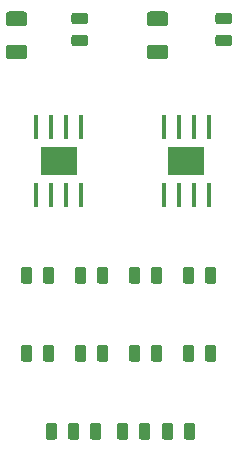
<source format=gbr>
G04 #@! TF.GenerationSoftware,KiCad,Pcbnew,(5.1.5)-3*
G04 #@! TF.CreationDate,2020-05-08T19:39:07+02:00*
G04 #@! TF.ProjectId,DRV8870 BDC Motor Driver,44525638-3837-4302-9042-4443204d6f74,rev?*
G04 #@! TF.SameCoordinates,Original*
G04 #@! TF.FileFunction,Paste,Top*
G04 #@! TF.FilePolarity,Positive*
%FSLAX46Y46*%
G04 Gerber Fmt 4.6, Leading zero omitted, Abs format (unit mm)*
G04 Created by KiCad (PCBNEW (5.1.5)-3) date 2020-05-08 19:39:07*
%MOMM*%
%LPD*%
G04 APERTURE LIST*
%ADD10C,0.100000*%
%ADD11R,0.450000X2.150000*%
%ADD12R,3.100000X2.400000*%
G04 APERTURE END LIST*
D10*
G36*
X138024542Y-120586174D02*
G01*
X138048203Y-120589684D01*
X138071407Y-120595496D01*
X138093929Y-120603554D01*
X138115553Y-120613782D01*
X138136070Y-120626079D01*
X138155283Y-120640329D01*
X138173007Y-120656393D01*
X138189071Y-120674117D01*
X138203321Y-120693330D01*
X138215618Y-120713847D01*
X138225846Y-120735471D01*
X138233904Y-120757993D01*
X138239716Y-120781197D01*
X138243226Y-120804858D01*
X138244400Y-120828750D01*
X138244400Y-121741250D01*
X138243226Y-121765142D01*
X138239716Y-121788803D01*
X138233904Y-121812007D01*
X138225846Y-121834529D01*
X138215618Y-121856153D01*
X138203321Y-121876670D01*
X138189071Y-121895883D01*
X138173007Y-121913607D01*
X138155283Y-121929671D01*
X138136070Y-121943921D01*
X138115553Y-121956218D01*
X138093929Y-121966446D01*
X138071407Y-121974504D01*
X138048203Y-121980316D01*
X138024542Y-121983826D01*
X138000650Y-121985000D01*
X137513150Y-121985000D01*
X137489258Y-121983826D01*
X137465597Y-121980316D01*
X137442393Y-121974504D01*
X137419871Y-121966446D01*
X137398247Y-121956218D01*
X137377730Y-121943921D01*
X137358517Y-121929671D01*
X137340793Y-121913607D01*
X137324729Y-121895883D01*
X137310479Y-121876670D01*
X137298182Y-121856153D01*
X137287954Y-121834529D01*
X137279896Y-121812007D01*
X137274084Y-121788803D01*
X137270574Y-121765142D01*
X137269400Y-121741250D01*
X137269400Y-120828750D01*
X137270574Y-120804858D01*
X137274084Y-120781197D01*
X137279896Y-120757993D01*
X137287954Y-120735471D01*
X137298182Y-120713847D01*
X137310479Y-120693330D01*
X137324729Y-120674117D01*
X137340793Y-120656393D01*
X137358517Y-120640329D01*
X137377730Y-120626079D01*
X137398247Y-120613782D01*
X137419871Y-120603554D01*
X137442393Y-120595496D01*
X137465597Y-120589684D01*
X137489258Y-120586174D01*
X137513150Y-120585000D01*
X138000650Y-120585000D01*
X138024542Y-120586174D01*
G37*
G36*
X134282642Y-120586174D02*
G01*
X134306303Y-120589684D01*
X134329507Y-120595496D01*
X134352029Y-120603554D01*
X134373653Y-120613782D01*
X134394170Y-120626079D01*
X134413383Y-120640329D01*
X134431107Y-120656393D01*
X134447171Y-120674117D01*
X134461421Y-120693330D01*
X134473718Y-120713847D01*
X134483946Y-120735471D01*
X134492004Y-120757993D01*
X134497816Y-120781197D01*
X134501326Y-120804858D01*
X134502500Y-120828750D01*
X134502500Y-121741250D01*
X134501326Y-121765142D01*
X134497816Y-121788803D01*
X134492004Y-121812007D01*
X134483946Y-121834529D01*
X134473718Y-121856153D01*
X134461421Y-121876670D01*
X134447171Y-121895883D01*
X134431107Y-121913607D01*
X134413383Y-121929671D01*
X134394170Y-121943921D01*
X134373653Y-121956218D01*
X134352029Y-121966446D01*
X134329507Y-121974504D01*
X134306303Y-121980316D01*
X134282642Y-121983826D01*
X134258750Y-121985000D01*
X133771250Y-121985000D01*
X133747358Y-121983826D01*
X133723697Y-121980316D01*
X133700493Y-121974504D01*
X133677971Y-121966446D01*
X133656347Y-121956218D01*
X133635830Y-121943921D01*
X133616617Y-121929671D01*
X133598893Y-121913607D01*
X133582829Y-121895883D01*
X133568579Y-121876670D01*
X133556282Y-121856153D01*
X133546054Y-121834529D01*
X133537996Y-121812007D01*
X133532184Y-121788803D01*
X133528674Y-121765142D01*
X133527500Y-121741250D01*
X133527500Y-120828750D01*
X133528674Y-120804858D01*
X133532184Y-120781197D01*
X133537996Y-120757993D01*
X133546054Y-120735471D01*
X133556282Y-120713847D01*
X133568579Y-120693330D01*
X133582829Y-120674117D01*
X133598893Y-120656393D01*
X133616617Y-120640329D01*
X133635830Y-120626079D01*
X133656347Y-120613782D01*
X133677971Y-120603554D01*
X133700493Y-120595496D01*
X133723697Y-120589684D01*
X133747358Y-120586174D01*
X133771250Y-120585000D01*
X134258750Y-120585000D01*
X134282642Y-120586174D01*
G37*
G36*
X136157642Y-120586174D02*
G01*
X136181303Y-120589684D01*
X136204507Y-120595496D01*
X136227029Y-120603554D01*
X136248653Y-120613782D01*
X136269170Y-120626079D01*
X136288383Y-120640329D01*
X136306107Y-120656393D01*
X136322171Y-120674117D01*
X136336421Y-120693330D01*
X136348718Y-120713847D01*
X136358946Y-120735471D01*
X136367004Y-120757993D01*
X136372816Y-120781197D01*
X136376326Y-120804858D01*
X136377500Y-120828750D01*
X136377500Y-121741250D01*
X136376326Y-121765142D01*
X136372816Y-121788803D01*
X136367004Y-121812007D01*
X136358946Y-121834529D01*
X136348718Y-121856153D01*
X136336421Y-121876670D01*
X136322171Y-121895883D01*
X136306107Y-121913607D01*
X136288383Y-121929671D01*
X136269170Y-121943921D01*
X136248653Y-121956218D01*
X136227029Y-121966446D01*
X136204507Y-121974504D01*
X136181303Y-121980316D01*
X136157642Y-121983826D01*
X136133750Y-121985000D01*
X135646250Y-121985000D01*
X135622358Y-121983826D01*
X135598697Y-121980316D01*
X135575493Y-121974504D01*
X135552971Y-121966446D01*
X135531347Y-121956218D01*
X135510830Y-121943921D01*
X135491617Y-121929671D01*
X135473893Y-121913607D01*
X135457829Y-121895883D01*
X135443579Y-121876670D01*
X135431282Y-121856153D01*
X135421054Y-121834529D01*
X135412996Y-121812007D01*
X135407184Y-121788803D01*
X135403674Y-121765142D01*
X135402500Y-121741250D01*
X135402500Y-120828750D01*
X135403674Y-120804858D01*
X135407184Y-120781197D01*
X135412996Y-120757993D01*
X135421054Y-120735471D01*
X135431282Y-120713847D01*
X135443579Y-120693330D01*
X135457829Y-120674117D01*
X135473893Y-120656393D01*
X135491617Y-120640329D01*
X135510830Y-120626079D01*
X135531347Y-120613782D01*
X135552971Y-120603554D01*
X135575493Y-120595496D01*
X135598697Y-120589684D01*
X135622358Y-120586174D01*
X135646250Y-120585000D01*
X136133750Y-120585000D01*
X136157642Y-120586174D01*
G37*
D11*
X132715000Y-101300000D03*
X133985000Y-101300000D03*
X135255000Y-101300000D03*
X136525000Y-101300000D03*
X136525000Y-95550000D03*
X135255000Y-95550000D03*
X133985000Y-95550000D03*
X132715000Y-95550000D03*
D12*
X134620000Y-98425000D03*
D11*
X143510000Y-101300000D03*
X144780000Y-101300000D03*
X146050000Y-101300000D03*
X147320000Y-101300000D03*
X147320000Y-95550000D03*
X146050000Y-95550000D03*
X144780000Y-95550000D03*
X143510000Y-95550000D03*
D12*
X145415000Y-98425000D03*
D10*
G36*
X145985142Y-120586174D02*
G01*
X146008803Y-120589684D01*
X146032007Y-120595496D01*
X146054529Y-120603554D01*
X146076153Y-120613782D01*
X146096670Y-120626079D01*
X146115883Y-120640329D01*
X146133607Y-120656393D01*
X146149671Y-120674117D01*
X146163921Y-120693330D01*
X146176218Y-120713847D01*
X146186446Y-120735471D01*
X146194504Y-120757993D01*
X146200316Y-120781197D01*
X146203826Y-120804858D01*
X146205000Y-120828750D01*
X146205000Y-121741250D01*
X146203826Y-121765142D01*
X146200316Y-121788803D01*
X146194504Y-121812007D01*
X146186446Y-121834529D01*
X146176218Y-121856153D01*
X146163921Y-121876670D01*
X146149671Y-121895883D01*
X146133607Y-121913607D01*
X146115883Y-121929671D01*
X146096670Y-121943921D01*
X146076153Y-121956218D01*
X146054529Y-121966446D01*
X146032007Y-121974504D01*
X146008803Y-121980316D01*
X145985142Y-121983826D01*
X145961250Y-121985000D01*
X145473750Y-121985000D01*
X145449858Y-121983826D01*
X145426197Y-121980316D01*
X145402993Y-121974504D01*
X145380471Y-121966446D01*
X145358847Y-121956218D01*
X145338330Y-121943921D01*
X145319117Y-121929671D01*
X145301393Y-121913607D01*
X145285329Y-121895883D01*
X145271079Y-121876670D01*
X145258782Y-121856153D01*
X145248554Y-121834529D01*
X145240496Y-121812007D01*
X145234684Y-121788803D01*
X145231174Y-121765142D01*
X145230000Y-121741250D01*
X145230000Y-120828750D01*
X145231174Y-120804858D01*
X145234684Y-120781197D01*
X145240496Y-120757993D01*
X145248554Y-120735471D01*
X145258782Y-120713847D01*
X145271079Y-120693330D01*
X145285329Y-120674117D01*
X145301393Y-120656393D01*
X145319117Y-120640329D01*
X145338330Y-120626079D01*
X145358847Y-120613782D01*
X145380471Y-120603554D01*
X145402993Y-120595496D01*
X145426197Y-120589684D01*
X145449858Y-120586174D01*
X145473750Y-120585000D01*
X145961250Y-120585000D01*
X145985142Y-120586174D01*
G37*
G36*
X144110142Y-120586174D02*
G01*
X144133803Y-120589684D01*
X144157007Y-120595496D01*
X144179529Y-120603554D01*
X144201153Y-120613782D01*
X144221670Y-120626079D01*
X144240883Y-120640329D01*
X144258607Y-120656393D01*
X144274671Y-120674117D01*
X144288921Y-120693330D01*
X144301218Y-120713847D01*
X144311446Y-120735471D01*
X144319504Y-120757993D01*
X144325316Y-120781197D01*
X144328826Y-120804858D01*
X144330000Y-120828750D01*
X144330000Y-121741250D01*
X144328826Y-121765142D01*
X144325316Y-121788803D01*
X144319504Y-121812007D01*
X144311446Y-121834529D01*
X144301218Y-121856153D01*
X144288921Y-121876670D01*
X144274671Y-121895883D01*
X144258607Y-121913607D01*
X144240883Y-121929671D01*
X144221670Y-121943921D01*
X144201153Y-121956218D01*
X144179529Y-121966446D01*
X144157007Y-121974504D01*
X144133803Y-121980316D01*
X144110142Y-121983826D01*
X144086250Y-121985000D01*
X143598750Y-121985000D01*
X143574858Y-121983826D01*
X143551197Y-121980316D01*
X143527993Y-121974504D01*
X143505471Y-121966446D01*
X143483847Y-121956218D01*
X143463330Y-121943921D01*
X143444117Y-121929671D01*
X143426393Y-121913607D01*
X143410329Y-121895883D01*
X143396079Y-121876670D01*
X143383782Y-121856153D01*
X143373554Y-121834529D01*
X143365496Y-121812007D01*
X143359684Y-121788803D01*
X143356174Y-121765142D01*
X143355000Y-121741250D01*
X143355000Y-120828750D01*
X143356174Y-120804858D01*
X143359684Y-120781197D01*
X143365496Y-120757993D01*
X143373554Y-120735471D01*
X143383782Y-120713847D01*
X143396079Y-120693330D01*
X143410329Y-120674117D01*
X143426393Y-120656393D01*
X143444117Y-120640329D01*
X143463330Y-120626079D01*
X143483847Y-120613782D01*
X143505471Y-120603554D01*
X143527993Y-120595496D01*
X143551197Y-120589684D01*
X143574858Y-120586174D01*
X143598750Y-120585000D01*
X144086250Y-120585000D01*
X144110142Y-120586174D01*
G37*
G36*
X140300142Y-120586174D02*
G01*
X140323803Y-120589684D01*
X140347007Y-120595496D01*
X140369529Y-120603554D01*
X140391153Y-120613782D01*
X140411670Y-120626079D01*
X140430883Y-120640329D01*
X140448607Y-120656393D01*
X140464671Y-120674117D01*
X140478921Y-120693330D01*
X140491218Y-120713847D01*
X140501446Y-120735471D01*
X140509504Y-120757993D01*
X140515316Y-120781197D01*
X140518826Y-120804858D01*
X140520000Y-120828750D01*
X140520000Y-121741250D01*
X140518826Y-121765142D01*
X140515316Y-121788803D01*
X140509504Y-121812007D01*
X140501446Y-121834529D01*
X140491218Y-121856153D01*
X140478921Y-121876670D01*
X140464671Y-121895883D01*
X140448607Y-121913607D01*
X140430883Y-121929671D01*
X140411670Y-121943921D01*
X140391153Y-121956218D01*
X140369529Y-121966446D01*
X140347007Y-121974504D01*
X140323803Y-121980316D01*
X140300142Y-121983826D01*
X140276250Y-121985000D01*
X139788750Y-121985000D01*
X139764858Y-121983826D01*
X139741197Y-121980316D01*
X139717993Y-121974504D01*
X139695471Y-121966446D01*
X139673847Y-121956218D01*
X139653330Y-121943921D01*
X139634117Y-121929671D01*
X139616393Y-121913607D01*
X139600329Y-121895883D01*
X139586079Y-121876670D01*
X139573782Y-121856153D01*
X139563554Y-121834529D01*
X139555496Y-121812007D01*
X139549684Y-121788803D01*
X139546174Y-121765142D01*
X139545000Y-121741250D01*
X139545000Y-120828750D01*
X139546174Y-120804858D01*
X139549684Y-120781197D01*
X139555496Y-120757993D01*
X139563554Y-120735471D01*
X139573782Y-120713847D01*
X139586079Y-120693330D01*
X139600329Y-120674117D01*
X139616393Y-120656393D01*
X139634117Y-120640329D01*
X139653330Y-120626079D01*
X139673847Y-120613782D01*
X139695471Y-120603554D01*
X139717993Y-120595496D01*
X139741197Y-120589684D01*
X139764858Y-120586174D01*
X139788750Y-120585000D01*
X140276250Y-120585000D01*
X140300142Y-120586174D01*
G37*
G36*
X142175142Y-120586174D02*
G01*
X142198803Y-120589684D01*
X142222007Y-120595496D01*
X142244529Y-120603554D01*
X142266153Y-120613782D01*
X142286670Y-120626079D01*
X142305883Y-120640329D01*
X142323607Y-120656393D01*
X142339671Y-120674117D01*
X142353921Y-120693330D01*
X142366218Y-120713847D01*
X142376446Y-120735471D01*
X142384504Y-120757993D01*
X142390316Y-120781197D01*
X142393826Y-120804858D01*
X142395000Y-120828750D01*
X142395000Y-121741250D01*
X142393826Y-121765142D01*
X142390316Y-121788803D01*
X142384504Y-121812007D01*
X142376446Y-121834529D01*
X142366218Y-121856153D01*
X142353921Y-121876670D01*
X142339671Y-121895883D01*
X142323607Y-121913607D01*
X142305883Y-121929671D01*
X142286670Y-121943921D01*
X142266153Y-121956218D01*
X142244529Y-121966446D01*
X142222007Y-121974504D01*
X142198803Y-121980316D01*
X142175142Y-121983826D01*
X142151250Y-121985000D01*
X141663750Y-121985000D01*
X141639858Y-121983826D01*
X141616197Y-121980316D01*
X141592993Y-121974504D01*
X141570471Y-121966446D01*
X141548847Y-121956218D01*
X141528330Y-121943921D01*
X141509117Y-121929671D01*
X141491393Y-121913607D01*
X141475329Y-121895883D01*
X141461079Y-121876670D01*
X141448782Y-121856153D01*
X141438554Y-121834529D01*
X141430496Y-121812007D01*
X141424684Y-121788803D01*
X141421174Y-121765142D01*
X141420000Y-121741250D01*
X141420000Y-120828750D01*
X141421174Y-120804858D01*
X141424684Y-120781197D01*
X141430496Y-120757993D01*
X141438554Y-120735471D01*
X141448782Y-120713847D01*
X141461079Y-120693330D01*
X141475329Y-120674117D01*
X141491393Y-120656393D01*
X141509117Y-120640329D01*
X141528330Y-120626079D01*
X141548847Y-120613782D01*
X141570471Y-120603554D01*
X141592993Y-120595496D01*
X141616197Y-120589684D01*
X141639858Y-120586174D01*
X141663750Y-120585000D01*
X142151250Y-120585000D01*
X142175142Y-120586174D01*
G37*
G36*
X131713504Y-88533204D02*
G01*
X131737773Y-88536804D01*
X131761571Y-88542765D01*
X131784671Y-88551030D01*
X131806849Y-88561520D01*
X131827893Y-88574133D01*
X131847598Y-88588747D01*
X131865777Y-88605223D01*
X131882253Y-88623402D01*
X131896867Y-88643107D01*
X131909480Y-88664151D01*
X131919970Y-88686329D01*
X131928235Y-88709429D01*
X131934196Y-88733227D01*
X131937796Y-88757496D01*
X131939000Y-88782000D01*
X131939000Y-89532000D01*
X131937796Y-89556504D01*
X131934196Y-89580773D01*
X131928235Y-89604571D01*
X131919970Y-89627671D01*
X131909480Y-89649849D01*
X131896867Y-89670893D01*
X131882253Y-89690598D01*
X131865777Y-89708777D01*
X131847598Y-89725253D01*
X131827893Y-89739867D01*
X131806849Y-89752480D01*
X131784671Y-89762970D01*
X131761571Y-89771235D01*
X131737773Y-89777196D01*
X131713504Y-89780796D01*
X131689000Y-89782000D01*
X130439000Y-89782000D01*
X130414496Y-89780796D01*
X130390227Y-89777196D01*
X130366429Y-89771235D01*
X130343329Y-89762970D01*
X130321151Y-89752480D01*
X130300107Y-89739867D01*
X130280402Y-89725253D01*
X130262223Y-89708777D01*
X130245747Y-89690598D01*
X130231133Y-89670893D01*
X130218520Y-89649849D01*
X130208030Y-89627671D01*
X130199765Y-89604571D01*
X130193804Y-89580773D01*
X130190204Y-89556504D01*
X130189000Y-89532000D01*
X130189000Y-88782000D01*
X130190204Y-88757496D01*
X130193804Y-88733227D01*
X130199765Y-88709429D01*
X130208030Y-88686329D01*
X130218520Y-88664151D01*
X130231133Y-88643107D01*
X130245747Y-88623402D01*
X130262223Y-88605223D01*
X130280402Y-88588747D01*
X130300107Y-88574133D01*
X130321151Y-88561520D01*
X130343329Y-88551030D01*
X130366429Y-88542765D01*
X130390227Y-88536804D01*
X130414496Y-88533204D01*
X130439000Y-88532000D01*
X131689000Y-88532000D01*
X131713504Y-88533204D01*
G37*
G36*
X131713504Y-85733204D02*
G01*
X131737773Y-85736804D01*
X131761571Y-85742765D01*
X131784671Y-85751030D01*
X131806849Y-85761520D01*
X131827893Y-85774133D01*
X131847598Y-85788747D01*
X131865777Y-85805223D01*
X131882253Y-85823402D01*
X131896867Y-85843107D01*
X131909480Y-85864151D01*
X131919970Y-85886329D01*
X131928235Y-85909429D01*
X131934196Y-85933227D01*
X131937796Y-85957496D01*
X131939000Y-85982000D01*
X131939000Y-86732000D01*
X131937796Y-86756504D01*
X131934196Y-86780773D01*
X131928235Y-86804571D01*
X131919970Y-86827671D01*
X131909480Y-86849849D01*
X131896867Y-86870893D01*
X131882253Y-86890598D01*
X131865777Y-86908777D01*
X131847598Y-86925253D01*
X131827893Y-86939867D01*
X131806849Y-86952480D01*
X131784671Y-86962970D01*
X131761571Y-86971235D01*
X131737773Y-86977196D01*
X131713504Y-86980796D01*
X131689000Y-86982000D01*
X130439000Y-86982000D01*
X130414496Y-86980796D01*
X130390227Y-86977196D01*
X130366429Y-86971235D01*
X130343329Y-86962970D01*
X130321151Y-86952480D01*
X130300107Y-86939867D01*
X130280402Y-86925253D01*
X130262223Y-86908777D01*
X130245747Y-86890598D01*
X130231133Y-86870893D01*
X130218520Y-86849849D01*
X130208030Y-86827671D01*
X130199765Y-86804571D01*
X130193804Y-86780773D01*
X130190204Y-86756504D01*
X130189000Y-86732000D01*
X130189000Y-85982000D01*
X130190204Y-85957496D01*
X130193804Y-85933227D01*
X130199765Y-85909429D01*
X130208030Y-85886329D01*
X130218520Y-85864151D01*
X130231133Y-85843107D01*
X130245747Y-85823402D01*
X130262223Y-85805223D01*
X130280402Y-85788747D01*
X130300107Y-85774133D01*
X130321151Y-85761520D01*
X130343329Y-85751030D01*
X130366429Y-85742765D01*
X130390227Y-85736804D01*
X130414496Y-85733204D01*
X130439000Y-85732000D01*
X131689000Y-85732000D01*
X131713504Y-85733204D01*
G37*
G36*
X143651504Y-85733204D02*
G01*
X143675773Y-85736804D01*
X143699571Y-85742765D01*
X143722671Y-85751030D01*
X143744849Y-85761520D01*
X143765893Y-85774133D01*
X143785598Y-85788747D01*
X143803777Y-85805223D01*
X143820253Y-85823402D01*
X143834867Y-85843107D01*
X143847480Y-85864151D01*
X143857970Y-85886329D01*
X143866235Y-85909429D01*
X143872196Y-85933227D01*
X143875796Y-85957496D01*
X143877000Y-85982000D01*
X143877000Y-86732000D01*
X143875796Y-86756504D01*
X143872196Y-86780773D01*
X143866235Y-86804571D01*
X143857970Y-86827671D01*
X143847480Y-86849849D01*
X143834867Y-86870893D01*
X143820253Y-86890598D01*
X143803777Y-86908777D01*
X143785598Y-86925253D01*
X143765893Y-86939867D01*
X143744849Y-86952480D01*
X143722671Y-86962970D01*
X143699571Y-86971235D01*
X143675773Y-86977196D01*
X143651504Y-86980796D01*
X143627000Y-86982000D01*
X142377000Y-86982000D01*
X142352496Y-86980796D01*
X142328227Y-86977196D01*
X142304429Y-86971235D01*
X142281329Y-86962970D01*
X142259151Y-86952480D01*
X142238107Y-86939867D01*
X142218402Y-86925253D01*
X142200223Y-86908777D01*
X142183747Y-86890598D01*
X142169133Y-86870893D01*
X142156520Y-86849849D01*
X142146030Y-86827671D01*
X142137765Y-86804571D01*
X142131804Y-86780773D01*
X142128204Y-86756504D01*
X142127000Y-86732000D01*
X142127000Y-85982000D01*
X142128204Y-85957496D01*
X142131804Y-85933227D01*
X142137765Y-85909429D01*
X142146030Y-85886329D01*
X142156520Y-85864151D01*
X142169133Y-85843107D01*
X142183747Y-85823402D01*
X142200223Y-85805223D01*
X142218402Y-85788747D01*
X142238107Y-85774133D01*
X142259151Y-85761520D01*
X142281329Y-85751030D01*
X142304429Y-85742765D01*
X142328227Y-85736804D01*
X142352496Y-85733204D01*
X142377000Y-85732000D01*
X143627000Y-85732000D01*
X143651504Y-85733204D01*
G37*
G36*
X143651504Y-88533204D02*
G01*
X143675773Y-88536804D01*
X143699571Y-88542765D01*
X143722671Y-88551030D01*
X143744849Y-88561520D01*
X143765893Y-88574133D01*
X143785598Y-88588747D01*
X143803777Y-88605223D01*
X143820253Y-88623402D01*
X143834867Y-88643107D01*
X143847480Y-88664151D01*
X143857970Y-88686329D01*
X143866235Y-88709429D01*
X143872196Y-88733227D01*
X143875796Y-88757496D01*
X143877000Y-88782000D01*
X143877000Y-89532000D01*
X143875796Y-89556504D01*
X143872196Y-89580773D01*
X143866235Y-89604571D01*
X143857970Y-89627671D01*
X143847480Y-89649849D01*
X143834867Y-89670893D01*
X143820253Y-89690598D01*
X143803777Y-89708777D01*
X143785598Y-89725253D01*
X143765893Y-89739867D01*
X143744849Y-89752480D01*
X143722671Y-89762970D01*
X143699571Y-89771235D01*
X143675773Y-89777196D01*
X143651504Y-89780796D01*
X143627000Y-89782000D01*
X142377000Y-89782000D01*
X142352496Y-89780796D01*
X142328227Y-89777196D01*
X142304429Y-89771235D01*
X142281329Y-89762970D01*
X142259151Y-89752480D01*
X142238107Y-89739867D01*
X142218402Y-89725253D01*
X142200223Y-89708777D01*
X142183747Y-89690598D01*
X142169133Y-89670893D01*
X142156520Y-89649849D01*
X142146030Y-89627671D01*
X142137765Y-89604571D01*
X142131804Y-89580773D01*
X142128204Y-89556504D01*
X142127000Y-89532000D01*
X142127000Y-88782000D01*
X142128204Y-88757496D01*
X142131804Y-88733227D01*
X142137765Y-88709429D01*
X142146030Y-88686329D01*
X142156520Y-88664151D01*
X142169133Y-88643107D01*
X142183747Y-88623402D01*
X142200223Y-88605223D01*
X142218402Y-88588747D01*
X142238107Y-88574133D01*
X142259151Y-88561520D01*
X142281329Y-88551030D01*
X142304429Y-88542765D01*
X142328227Y-88536804D01*
X142352496Y-88533204D01*
X142377000Y-88532000D01*
X143627000Y-88532000D01*
X143651504Y-88533204D01*
G37*
G36*
X136878142Y-85825174D02*
G01*
X136901803Y-85828684D01*
X136925007Y-85834496D01*
X136947529Y-85842554D01*
X136969153Y-85852782D01*
X136989670Y-85865079D01*
X137008883Y-85879329D01*
X137026607Y-85895393D01*
X137042671Y-85913117D01*
X137056921Y-85932330D01*
X137069218Y-85952847D01*
X137079446Y-85974471D01*
X137087504Y-85996993D01*
X137093316Y-86020197D01*
X137096826Y-86043858D01*
X137098000Y-86067750D01*
X137098000Y-86555250D01*
X137096826Y-86579142D01*
X137093316Y-86602803D01*
X137087504Y-86626007D01*
X137079446Y-86648529D01*
X137069218Y-86670153D01*
X137056921Y-86690670D01*
X137042671Y-86709883D01*
X137026607Y-86727607D01*
X137008883Y-86743671D01*
X136989670Y-86757921D01*
X136969153Y-86770218D01*
X136947529Y-86780446D01*
X136925007Y-86788504D01*
X136901803Y-86794316D01*
X136878142Y-86797826D01*
X136854250Y-86799000D01*
X135941750Y-86799000D01*
X135917858Y-86797826D01*
X135894197Y-86794316D01*
X135870993Y-86788504D01*
X135848471Y-86780446D01*
X135826847Y-86770218D01*
X135806330Y-86757921D01*
X135787117Y-86743671D01*
X135769393Y-86727607D01*
X135753329Y-86709883D01*
X135739079Y-86690670D01*
X135726782Y-86670153D01*
X135716554Y-86648529D01*
X135708496Y-86626007D01*
X135702684Y-86602803D01*
X135699174Y-86579142D01*
X135698000Y-86555250D01*
X135698000Y-86067750D01*
X135699174Y-86043858D01*
X135702684Y-86020197D01*
X135708496Y-85996993D01*
X135716554Y-85974471D01*
X135726782Y-85952847D01*
X135739079Y-85932330D01*
X135753329Y-85913117D01*
X135769393Y-85895393D01*
X135787117Y-85879329D01*
X135806330Y-85865079D01*
X135826847Y-85852782D01*
X135848471Y-85842554D01*
X135870993Y-85834496D01*
X135894197Y-85828684D01*
X135917858Y-85825174D01*
X135941750Y-85824000D01*
X136854250Y-85824000D01*
X136878142Y-85825174D01*
G37*
G36*
X136878142Y-87700174D02*
G01*
X136901803Y-87703684D01*
X136925007Y-87709496D01*
X136947529Y-87717554D01*
X136969153Y-87727782D01*
X136989670Y-87740079D01*
X137008883Y-87754329D01*
X137026607Y-87770393D01*
X137042671Y-87788117D01*
X137056921Y-87807330D01*
X137069218Y-87827847D01*
X137079446Y-87849471D01*
X137087504Y-87871993D01*
X137093316Y-87895197D01*
X137096826Y-87918858D01*
X137098000Y-87942750D01*
X137098000Y-88430250D01*
X137096826Y-88454142D01*
X137093316Y-88477803D01*
X137087504Y-88501007D01*
X137079446Y-88523529D01*
X137069218Y-88545153D01*
X137056921Y-88565670D01*
X137042671Y-88584883D01*
X137026607Y-88602607D01*
X137008883Y-88618671D01*
X136989670Y-88632921D01*
X136969153Y-88645218D01*
X136947529Y-88655446D01*
X136925007Y-88663504D01*
X136901803Y-88669316D01*
X136878142Y-88672826D01*
X136854250Y-88674000D01*
X135941750Y-88674000D01*
X135917858Y-88672826D01*
X135894197Y-88669316D01*
X135870993Y-88663504D01*
X135848471Y-88655446D01*
X135826847Y-88645218D01*
X135806330Y-88632921D01*
X135787117Y-88618671D01*
X135769393Y-88602607D01*
X135753329Y-88584883D01*
X135739079Y-88565670D01*
X135726782Y-88545153D01*
X135716554Y-88523529D01*
X135708496Y-88501007D01*
X135702684Y-88477803D01*
X135699174Y-88454142D01*
X135698000Y-88430250D01*
X135698000Y-87942750D01*
X135699174Y-87918858D01*
X135702684Y-87895197D01*
X135708496Y-87871993D01*
X135716554Y-87849471D01*
X135726782Y-87827847D01*
X135739079Y-87807330D01*
X135753329Y-87788117D01*
X135769393Y-87770393D01*
X135787117Y-87754329D01*
X135806330Y-87740079D01*
X135826847Y-87727782D01*
X135848471Y-87717554D01*
X135870993Y-87709496D01*
X135894197Y-87703684D01*
X135917858Y-87700174D01*
X135941750Y-87699000D01*
X136854250Y-87699000D01*
X136878142Y-87700174D01*
G37*
G36*
X149070142Y-87700174D02*
G01*
X149093803Y-87703684D01*
X149117007Y-87709496D01*
X149139529Y-87717554D01*
X149161153Y-87727782D01*
X149181670Y-87740079D01*
X149200883Y-87754329D01*
X149218607Y-87770393D01*
X149234671Y-87788117D01*
X149248921Y-87807330D01*
X149261218Y-87827847D01*
X149271446Y-87849471D01*
X149279504Y-87871993D01*
X149285316Y-87895197D01*
X149288826Y-87918858D01*
X149290000Y-87942750D01*
X149290000Y-88430250D01*
X149288826Y-88454142D01*
X149285316Y-88477803D01*
X149279504Y-88501007D01*
X149271446Y-88523529D01*
X149261218Y-88545153D01*
X149248921Y-88565670D01*
X149234671Y-88584883D01*
X149218607Y-88602607D01*
X149200883Y-88618671D01*
X149181670Y-88632921D01*
X149161153Y-88645218D01*
X149139529Y-88655446D01*
X149117007Y-88663504D01*
X149093803Y-88669316D01*
X149070142Y-88672826D01*
X149046250Y-88674000D01*
X148133750Y-88674000D01*
X148109858Y-88672826D01*
X148086197Y-88669316D01*
X148062993Y-88663504D01*
X148040471Y-88655446D01*
X148018847Y-88645218D01*
X147998330Y-88632921D01*
X147979117Y-88618671D01*
X147961393Y-88602607D01*
X147945329Y-88584883D01*
X147931079Y-88565670D01*
X147918782Y-88545153D01*
X147908554Y-88523529D01*
X147900496Y-88501007D01*
X147894684Y-88477803D01*
X147891174Y-88454142D01*
X147890000Y-88430250D01*
X147890000Y-87942750D01*
X147891174Y-87918858D01*
X147894684Y-87895197D01*
X147900496Y-87871993D01*
X147908554Y-87849471D01*
X147918782Y-87827847D01*
X147931079Y-87807330D01*
X147945329Y-87788117D01*
X147961393Y-87770393D01*
X147979117Y-87754329D01*
X147998330Y-87740079D01*
X148018847Y-87727782D01*
X148040471Y-87717554D01*
X148062993Y-87709496D01*
X148086197Y-87703684D01*
X148109858Y-87700174D01*
X148133750Y-87699000D01*
X149046250Y-87699000D01*
X149070142Y-87700174D01*
G37*
G36*
X149070142Y-85825174D02*
G01*
X149093803Y-85828684D01*
X149117007Y-85834496D01*
X149139529Y-85842554D01*
X149161153Y-85852782D01*
X149181670Y-85865079D01*
X149200883Y-85879329D01*
X149218607Y-85895393D01*
X149234671Y-85913117D01*
X149248921Y-85932330D01*
X149261218Y-85952847D01*
X149271446Y-85974471D01*
X149279504Y-85996993D01*
X149285316Y-86020197D01*
X149288826Y-86043858D01*
X149290000Y-86067750D01*
X149290000Y-86555250D01*
X149288826Y-86579142D01*
X149285316Y-86602803D01*
X149279504Y-86626007D01*
X149271446Y-86648529D01*
X149261218Y-86670153D01*
X149248921Y-86690670D01*
X149234671Y-86709883D01*
X149218607Y-86727607D01*
X149200883Y-86743671D01*
X149181670Y-86757921D01*
X149161153Y-86770218D01*
X149139529Y-86780446D01*
X149117007Y-86788504D01*
X149093803Y-86794316D01*
X149070142Y-86797826D01*
X149046250Y-86799000D01*
X148133750Y-86799000D01*
X148109858Y-86797826D01*
X148086197Y-86794316D01*
X148062993Y-86788504D01*
X148040471Y-86780446D01*
X148018847Y-86770218D01*
X147998330Y-86757921D01*
X147979117Y-86743671D01*
X147961393Y-86727607D01*
X147945329Y-86709883D01*
X147931079Y-86690670D01*
X147918782Y-86670153D01*
X147908554Y-86648529D01*
X147900496Y-86626007D01*
X147894684Y-86602803D01*
X147891174Y-86579142D01*
X147890000Y-86555250D01*
X147890000Y-86067750D01*
X147891174Y-86043858D01*
X147894684Y-86020197D01*
X147900496Y-85996993D01*
X147908554Y-85974471D01*
X147918782Y-85952847D01*
X147931079Y-85932330D01*
X147945329Y-85913117D01*
X147961393Y-85895393D01*
X147979117Y-85879329D01*
X147998330Y-85865079D01*
X148018847Y-85852782D01*
X148040471Y-85842554D01*
X148062993Y-85834496D01*
X148086197Y-85828684D01*
X148109858Y-85825174D01*
X148133750Y-85824000D01*
X149046250Y-85824000D01*
X149070142Y-85825174D01*
G37*
G36*
X132172142Y-113982174D02*
G01*
X132195803Y-113985684D01*
X132219007Y-113991496D01*
X132241529Y-113999554D01*
X132263153Y-114009782D01*
X132283670Y-114022079D01*
X132302883Y-114036329D01*
X132320607Y-114052393D01*
X132336671Y-114070117D01*
X132350921Y-114089330D01*
X132363218Y-114109847D01*
X132373446Y-114131471D01*
X132381504Y-114153993D01*
X132387316Y-114177197D01*
X132390826Y-114200858D01*
X132392000Y-114224750D01*
X132392000Y-115137250D01*
X132390826Y-115161142D01*
X132387316Y-115184803D01*
X132381504Y-115208007D01*
X132373446Y-115230529D01*
X132363218Y-115252153D01*
X132350921Y-115272670D01*
X132336671Y-115291883D01*
X132320607Y-115309607D01*
X132302883Y-115325671D01*
X132283670Y-115339921D01*
X132263153Y-115352218D01*
X132241529Y-115362446D01*
X132219007Y-115370504D01*
X132195803Y-115376316D01*
X132172142Y-115379826D01*
X132148250Y-115381000D01*
X131660750Y-115381000D01*
X131636858Y-115379826D01*
X131613197Y-115376316D01*
X131589993Y-115370504D01*
X131567471Y-115362446D01*
X131545847Y-115352218D01*
X131525330Y-115339921D01*
X131506117Y-115325671D01*
X131488393Y-115309607D01*
X131472329Y-115291883D01*
X131458079Y-115272670D01*
X131445782Y-115252153D01*
X131435554Y-115230529D01*
X131427496Y-115208007D01*
X131421684Y-115184803D01*
X131418174Y-115161142D01*
X131417000Y-115137250D01*
X131417000Y-114224750D01*
X131418174Y-114200858D01*
X131421684Y-114177197D01*
X131427496Y-114153993D01*
X131435554Y-114131471D01*
X131445782Y-114109847D01*
X131458079Y-114089330D01*
X131472329Y-114070117D01*
X131488393Y-114052393D01*
X131506117Y-114036329D01*
X131525330Y-114022079D01*
X131545847Y-114009782D01*
X131567471Y-113999554D01*
X131589993Y-113991496D01*
X131613197Y-113985684D01*
X131636858Y-113982174D01*
X131660750Y-113981000D01*
X132148250Y-113981000D01*
X132172142Y-113982174D01*
G37*
G36*
X134047142Y-113982174D02*
G01*
X134070803Y-113985684D01*
X134094007Y-113991496D01*
X134116529Y-113999554D01*
X134138153Y-114009782D01*
X134158670Y-114022079D01*
X134177883Y-114036329D01*
X134195607Y-114052393D01*
X134211671Y-114070117D01*
X134225921Y-114089330D01*
X134238218Y-114109847D01*
X134248446Y-114131471D01*
X134256504Y-114153993D01*
X134262316Y-114177197D01*
X134265826Y-114200858D01*
X134267000Y-114224750D01*
X134267000Y-115137250D01*
X134265826Y-115161142D01*
X134262316Y-115184803D01*
X134256504Y-115208007D01*
X134248446Y-115230529D01*
X134238218Y-115252153D01*
X134225921Y-115272670D01*
X134211671Y-115291883D01*
X134195607Y-115309607D01*
X134177883Y-115325671D01*
X134158670Y-115339921D01*
X134138153Y-115352218D01*
X134116529Y-115362446D01*
X134094007Y-115370504D01*
X134070803Y-115376316D01*
X134047142Y-115379826D01*
X134023250Y-115381000D01*
X133535750Y-115381000D01*
X133511858Y-115379826D01*
X133488197Y-115376316D01*
X133464993Y-115370504D01*
X133442471Y-115362446D01*
X133420847Y-115352218D01*
X133400330Y-115339921D01*
X133381117Y-115325671D01*
X133363393Y-115309607D01*
X133347329Y-115291883D01*
X133333079Y-115272670D01*
X133320782Y-115252153D01*
X133310554Y-115230529D01*
X133302496Y-115208007D01*
X133296684Y-115184803D01*
X133293174Y-115161142D01*
X133292000Y-115137250D01*
X133292000Y-114224750D01*
X133293174Y-114200858D01*
X133296684Y-114177197D01*
X133302496Y-114153993D01*
X133310554Y-114131471D01*
X133320782Y-114109847D01*
X133333079Y-114089330D01*
X133347329Y-114070117D01*
X133363393Y-114052393D01*
X133381117Y-114036329D01*
X133400330Y-114022079D01*
X133420847Y-114009782D01*
X133442471Y-113999554D01*
X133464993Y-113991496D01*
X133488197Y-113985684D01*
X133511858Y-113982174D01*
X133535750Y-113981000D01*
X134023250Y-113981000D01*
X134047142Y-113982174D01*
G37*
G36*
X138619142Y-113982174D02*
G01*
X138642803Y-113985684D01*
X138666007Y-113991496D01*
X138688529Y-113999554D01*
X138710153Y-114009782D01*
X138730670Y-114022079D01*
X138749883Y-114036329D01*
X138767607Y-114052393D01*
X138783671Y-114070117D01*
X138797921Y-114089330D01*
X138810218Y-114109847D01*
X138820446Y-114131471D01*
X138828504Y-114153993D01*
X138834316Y-114177197D01*
X138837826Y-114200858D01*
X138839000Y-114224750D01*
X138839000Y-115137250D01*
X138837826Y-115161142D01*
X138834316Y-115184803D01*
X138828504Y-115208007D01*
X138820446Y-115230529D01*
X138810218Y-115252153D01*
X138797921Y-115272670D01*
X138783671Y-115291883D01*
X138767607Y-115309607D01*
X138749883Y-115325671D01*
X138730670Y-115339921D01*
X138710153Y-115352218D01*
X138688529Y-115362446D01*
X138666007Y-115370504D01*
X138642803Y-115376316D01*
X138619142Y-115379826D01*
X138595250Y-115381000D01*
X138107750Y-115381000D01*
X138083858Y-115379826D01*
X138060197Y-115376316D01*
X138036993Y-115370504D01*
X138014471Y-115362446D01*
X137992847Y-115352218D01*
X137972330Y-115339921D01*
X137953117Y-115325671D01*
X137935393Y-115309607D01*
X137919329Y-115291883D01*
X137905079Y-115272670D01*
X137892782Y-115252153D01*
X137882554Y-115230529D01*
X137874496Y-115208007D01*
X137868684Y-115184803D01*
X137865174Y-115161142D01*
X137864000Y-115137250D01*
X137864000Y-114224750D01*
X137865174Y-114200858D01*
X137868684Y-114177197D01*
X137874496Y-114153993D01*
X137882554Y-114131471D01*
X137892782Y-114109847D01*
X137905079Y-114089330D01*
X137919329Y-114070117D01*
X137935393Y-114052393D01*
X137953117Y-114036329D01*
X137972330Y-114022079D01*
X137992847Y-114009782D01*
X138014471Y-113999554D01*
X138036993Y-113991496D01*
X138060197Y-113985684D01*
X138083858Y-113982174D01*
X138107750Y-113981000D01*
X138595250Y-113981000D01*
X138619142Y-113982174D01*
G37*
G36*
X136744142Y-113982174D02*
G01*
X136767803Y-113985684D01*
X136791007Y-113991496D01*
X136813529Y-113999554D01*
X136835153Y-114009782D01*
X136855670Y-114022079D01*
X136874883Y-114036329D01*
X136892607Y-114052393D01*
X136908671Y-114070117D01*
X136922921Y-114089330D01*
X136935218Y-114109847D01*
X136945446Y-114131471D01*
X136953504Y-114153993D01*
X136959316Y-114177197D01*
X136962826Y-114200858D01*
X136964000Y-114224750D01*
X136964000Y-115137250D01*
X136962826Y-115161142D01*
X136959316Y-115184803D01*
X136953504Y-115208007D01*
X136945446Y-115230529D01*
X136935218Y-115252153D01*
X136922921Y-115272670D01*
X136908671Y-115291883D01*
X136892607Y-115309607D01*
X136874883Y-115325671D01*
X136855670Y-115339921D01*
X136835153Y-115352218D01*
X136813529Y-115362446D01*
X136791007Y-115370504D01*
X136767803Y-115376316D01*
X136744142Y-115379826D01*
X136720250Y-115381000D01*
X136232750Y-115381000D01*
X136208858Y-115379826D01*
X136185197Y-115376316D01*
X136161993Y-115370504D01*
X136139471Y-115362446D01*
X136117847Y-115352218D01*
X136097330Y-115339921D01*
X136078117Y-115325671D01*
X136060393Y-115309607D01*
X136044329Y-115291883D01*
X136030079Y-115272670D01*
X136017782Y-115252153D01*
X136007554Y-115230529D01*
X135999496Y-115208007D01*
X135993684Y-115184803D01*
X135990174Y-115161142D01*
X135989000Y-115137250D01*
X135989000Y-114224750D01*
X135990174Y-114200858D01*
X135993684Y-114177197D01*
X135999496Y-114153993D01*
X136007554Y-114131471D01*
X136017782Y-114109847D01*
X136030079Y-114089330D01*
X136044329Y-114070117D01*
X136060393Y-114052393D01*
X136078117Y-114036329D01*
X136097330Y-114022079D01*
X136117847Y-114009782D01*
X136139471Y-113999554D01*
X136161993Y-113991496D01*
X136185197Y-113985684D01*
X136208858Y-113982174D01*
X136232750Y-113981000D01*
X136720250Y-113981000D01*
X136744142Y-113982174D01*
G37*
G36*
X143191142Y-113982174D02*
G01*
X143214803Y-113985684D01*
X143238007Y-113991496D01*
X143260529Y-113999554D01*
X143282153Y-114009782D01*
X143302670Y-114022079D01*
X143321883Y-114036329D01*
X143339607Y-114052393D01*
X143355671Y-114070117D01*
X143369921Y-114089330D01*
X143382218Y-114109847D01*
X143392446Y-114131471D01*
X143400504Y-114153993D01*
X143406316Y-114177197D01*
X143409826Y-114200858D01*
X143411000Y-114224750D01*
X143411000Y-115137250D01*
X143409826Y-115161142D01*
X143406316Y-115184803D01*
X143400504Y-115208007D01*
X143392446Y-115230529D01*
X143382218Y-115252153D01*
X143369921Y-115272670D01*
X143355671Y-115291883D01*
X143339607Y-115309607D01*
X143321883Y-115325671D01*
X143302670Y-115339921D01*
X143282153Y-115352218D01*
X143260529Y-115362446D01*
X143238007Y-115370504D01*
X143214803Y-115376316D01*
X143191142Y-115379826D01*
X143167250Y-115381000D01*
X142679750Y-115381000D01*
X142655858Y-115379826D01*
X142632197Y-115376316D01*
X142608993Y-115370504D01*
X142586471Y-115362446D01*
X142564847Y-115352218D01*
X142544330Y-115339921D01*
X142525117Y-115325671D01*
X142507393Y-115309607D01*
X142491329Y-115291883D01*
X142477079Y-115272670D01*
X142464782Y-115252153D01*
X142454554Y-115230529D01*
X142446496Y-115208007D01*
X142440684Y-115184803D01*
X142437174Y-115161142D01*
X142436000Y-115137250D01*
X142436000Y-114224750D01*
X142437174Y-114200858D01*
X142440684Y-114177197D01*
X142446496Y-114153993D01*
X142454554Y-114131471D01*
X142464782Y-114109847D01*
X142477079Y-114089330D01*
X142491329Y-114070117D01*
X142507393Y-114052393D01*
X142525117Y-114036329D01*
X142544330Y-114022079D01*
X142564847Y-114009782D01*
X142586471Y-113999554D01*
X142608993Y-113991496D01*
X142632197Y-113985684D01*
X142655858Y-113982174D01*
X142679750Y-113981000D01*
X143167250Y-113981000D01*
X143191142Y-113982174D01*
G37*
G36*
X141316142Y-113982174D02*
G01*
X141339803Y-113985684D01*
X141363007Y-113991496D01*
X141385529Y-113999554D01*
X141407153Y-114009782D01*
X141427670Y-114022079D01*
X141446883Y-114036329D01*
X141464607Y-114052393D01*
X141480671Y-114070117D01*
X141494921Y-114089330D01*
X141507218Y-114109847D01*
X141517446Y-114131471D01*
X141525504Y-114153993D01*
X141531316Y-114177197D01*
X141534826Y-114200858D01*
X141536000Y-114224750D01*
X141536000Y-115137250D01*
X141534826Y-115161142D01*
X141531316Y-115184803D01*
X141525504Y-115208007D01*
X141517446Y-115230529D01*
X141507218Y-115252153D01*
X141494921Y-115272670D01*
X141480671Y-115291883D01*
X141464607Y-115309607D01*
X141446883Y-115325671D01*
X141427670Y-115339921D01*
X141407153Y-115352218D01*
X141385529Y-115362446D01*
X141363007Y-115370504D01*
X141339803Y-115376316D01*
X141316142Y-115379826D01*
X141292250Y-115381000D01*
X140804750Y-115381000D01*
X140780858Y-115379826D01*
X140757197Y-115376316D01*
X140733993Y-115370504D01*
X140711471Y-115362446D01*
X140689847Y-115352218D01*
X140669330Y-115339921D01*
X140650117Y-115325671D01*
X140632393Y-115309607D01*
X140616329Y-115291883D01*
X140602079Y-115272670D01*
X140589782Y-115252153D01*
X140579554Y-115230529D01*
X140571496Y-115208007D01*
X140565684Y-115184803D01*
X140562174Y-115161142D01*
X140561000Y-115137250D01*
X140561000Y-114224750D01*
X140562174Y-114200858D01*
X140565684Y-114177197D01*
X140571496Y-114153993D01*
X140579554Y-114131471D01*
X140589782Y-114109847D01*
X140602079Y-114089330D01*
X140616329Y-114070117D01*
X140632393Y-114052393D01*
X140650117Y-114036329D01*
X140669330Y-114022079D01*
X140689847Y-114009782D01*
X140711471Y-113999554D01*
X140733993Y-113991496D01*
X140757197Y-113985684D01*
X140780858Y-113982174D01*
X140804750Y-113981000D01*
X141292250Y-113981000D01*
X141316142Y-113982174D01*
G37*
G36*
X145888142Y-113982174D02*
G01*
X145911803Y-113985684D01*
X145935007Y-113991496D01*
X145957529Y-113999554D01*
X145979153Y-114009782D01*
X145999670Y-114022079D01*
X146018883Y-114036329D01*
X146036607Y-114052393D01*
X146052671Y-114070117D01*
X146066921Y-114089330D01*
X146079218Y-114109847D01*
X146089446Y-114131471D01*
X146097504Y-114153993D01*
X146103316Y-114177197D01*
X146106826Y-114200858D01*
X146108000Y-114224750D01*
X146108000Y-115137250D01*
X146106826Y-115161142D01*
X146103316Y-115184803D01*
X146097504Y-115208007D01*
X146089446Y-115230529D01*
X146079218Y-115252153D01*
X146066921Y-115272670D01*
X146052671Y-115291883D01*
X146036607Y-115309607D01*
X146018883Y-115325671D01*
X145999670Y-115339921D01*
X145979153Y-115352218D01*
X145957529Y-115362446D01*
X145935007Y-115370504D01*
X145911803Y-115376316D01*
X145888142Y-115379826D01*
X145864250Y-115381000D01*
X145376750Y-115381000D01*
X145352858Y-115379826D01*
X145329197Y-115376316D01*
X145305993Y-115370504D01*
X145283471Y-115362446D01*
X145261847Y-115352218D01*
X145241330Y-115339921D01*
X145222117Y-115325671D01*
X145204393Y-115309607D01*
X145188329Y-115291883D01*
X145174079Y-115272670D01*
X145161782Y-115252153D01*
X145151554Y-115230529D01*
X145143496Y-115208007D01*
X145137684Y-115184803D01*
X145134174Y-115161142D01*
X145133000Y-115137250D01*
X145133000Y-114224750D01*
X145134174Y-114200858D01*
X145137684Y-114177197D01*
X145143496Y-114153993D01*
X145151554Y-114131471D01*
X145161782Y-114109847D01*
X145174079Y-114089330D01*
X145188329Y-114070117D01*
X145204393Y-114052393D01*
X145222117Y-114036329D01*
X145241330Y-114022079D01*
X145261847Y-114009782D01*
X145283471Y-113999554D01*
X145305993Y-113991496D01*
X145329197Y-113985684D01*
X145352858Y-113982174D01*
X145376750Y-113981000D01*
X145864250Y-113981000D01*
X145888142Y-113982174D01*
G37*
G36*
X147763142Y-113982174D02*
G01*
X147786803Y-113985684D01*
X147810007Y-113991496D01*
X147832529Y-113999554D01*
X147854153Y-114009782D01*
X147874670Y-114022079D01*
X147893883Y-114036329D01*
X147911607Y-114052393D01*
X147927671Y-114070117D01*
X147941921Y-114089330D01*
X147954218Y-114109847D01*
X147964446Y-114131471D01*
X147972504Y-114153993D01*
X147978316Y-114177197D01*
X147981826Y-114200858D01*
X147983000Y-114224750D01*
X147983000Y-115137250D01*
X147981826Y-115161142D01*
X147978316Y-115184803D01*
X147972504Y-115208007D01*
X147964446Y-115230529D01*
X147954218Y-115252153D01*
X147941921Y-115272670D01*
X147927671Y-115291883D01*
X147911607Y-115309607D01*
X147893883Y-115325671D01*
X147874670Y-115339921D01*
X147854153Y-115352218D01*
X147832529Y-115362446D01*
X147810007Y-115370504D01*
X147786803Y-115376316D01*
X147763142Y-115379826D01*
X147739250Y-115381000D01*
X147251750Y-115381000D01*
X147227858Y-115379826D01*
X147204197Y-115376316D01*
X147180993Y-115370504D01*
X147158471Y-115362446D01*
X147136847Y-115352218D01*
X147116330Y-115339921D01*
X147097117Y-115325671D01*
X147079393Y-115309607D01*
X147063329Y-115291883D01*
X147049079Y-115272670D01*
X147036782Y-115252153D01*
X147026554Y-115230529D01*
X147018496Y-115208007D01*
X147012684Y-115184803D01*
X147009174Y-115161142D01*
X147008000Y-115137250D01*
X147008000Y-114224750D01*
X147009174Y-114200858D01*
X147012684Y-114177197D01*
X147018496Y-114153993D01*
X147026554Y-114131471D01*
X147036782Y-114109847D01*
X147049079Y-114089330D01*
X147063329Y-114070117D01*
X147079393Y-114052393D01*
X147097117Y-114036329D01*
X147116330Y-114022079D01*
X147136847Y-114009782D01*
X147158471Y-113999554D01*
X147180993Y-113991496D01*
X147204197Y-113985684D01*
X147227858Y-113982174D01*
X147251750Y-113981000D01*
X147739250Y-113981000D01*
X147763142Y-113982174D01*
G37*
G36*
X132172142Y-107378174D02*
G01*
X132195803Y-107381684D01*
X132219007Y-107387496D01*
X132241529Y-107395554D01*
X132263153Y-107405782D01*
X132283670Y-107418079D01*
X132302883Y-107432329D01*
X132320607Y-107448393D01*
X132336671Y-107466117D01*
X132350921Y-107485330D01*
X132363218Y-107505847D01*
X132373446Y-107527471D01*
X132381504Y-107549993D01*
X132387316Y-107573197D01*
X132390826Y-107596858D01*
X132392000Y-107620750D01*
X132392000Y-108533250D01*
X132390826Y-108557142D01*
X132387316Y-108580803D01*
X132381504Y-108604007D01*
X132373446Y-108626529D01*
X132363218Y-108648153D01*
X132350921Y-108668670D01*
X132336671Y-108687883D01*
X132320607Y-108705607D01*
X132302883Y-108721671D01*
X132283670Y-108735921D01*
X132263153Y-108748218D01*
X132241529Y-108758446D01*
X132219007Y-108766504D01*
X132195803Y-108772316D01*
X132172142Y-108775826D01*
X132148250Y-108777000D01*
X131660750Y-108777000D01*
X131636858Y-108775826D01*
X131613197Y-108772316D01*
X131589993Y-108766504D01*
X131567471Y-108758446D01*
X131545847Y-108748218D01*
X131525330Y-108735921D01*
X131506117Y-108721671D01*
X131488393Y-108705607D01*
X131472329Y-108687883D01*
X131458079Y-108668670D01*
X131445782Y-108648153D01*
X131435554Y-108626529D01*
X131427496Y-108604007D01*
X131421684Y-108580803D01*
X131418174Y-108557142D01*
X131417000Y-108533250D01*
X131417000Y-107620750D01*
X131418174Y-107596858D01*
X131421684Y-107573197D01*
X131427496Y-107549993D01*
X131435554Y-107527471D01*
X131445782Y-107505847D01*
X131458079Y-107485330D01*
X131472329Y-107466117D01*
X131488393Y-107448393D01*
X131506117Y-107432329D01*
X131525330Y-107418079D01*
X131545847Y-107405782D01*
X131567471Y-107395554D01*
X131589993Y-107387496D01*
X131613197Y-107381684D01*
X131636858Y-107378174D01*
X131660750Y-107377000D01*
X132148250Y-107377000D01*
X132172142Y-107378174D01*
G37*
G36*
X134047142Y-107378174D02*
G01*
X134070803Y-107381684D01*
X134094007Y-107387496D01*
X134116529Y-107395554D01*
X134138153Y-107405782D01*
X134158670Y-107418079D01*
X134177883Y-107432329D01*
X134195607Y-107448393D01*
X134211671Y-107466117D01*
X134225921Y-107485330D01*
X134238218Y-107505847D01*
X134248446Y-107527471D01*
X134256504Y-107549993D01*
X134262316Y-107573197D01*
X134265826Y-107596858D01*
X134267000Y-107620750D01*
X134267000Y-108533250D01*
X134265826Y-108557142D01*
X134262316Y-108580803D01*
X134256504Y-108604007D01*
X134248446Y-108626529D01*
X134238218Y-108648153D01*
X134225921Y-108668670D01*
X134211671Y-108687883D01*
X134195607Y-108705607D01*
X134177883Y-108721671D01*
X134158670Y-108735921D01*
X134138153Y-108748218D01*
X134116529Y-108758446D01*
X134094007Y-108766504D01*
X134070803Y-108772316D01*
X134047142Y-108775826D01*
X134023250Y-108777000D01*
X133535750Y-108777000D01*
X133511858Y-108775826D01*
X133488197Y-108772316D01*
X133464993Y-108766504D01*
X133442471Y-108758446D01*
X133420847Y-108748218D01*
X133400330Y-108735921D01*
X133381117Y-108721671D01*
X133363393Y-108705607D01*
X133347329Y-108687883D01*
X133333079Y-108668670D01*
X133320782Y-108648153D01*
X133310554Y-108626529D01*
X133302496Y-108604007D01*
X133296684Y-108580803D01*
X133293174Y-108557142D01*
X133292000Y-108533250D01*
X133292000Y-107620750D01*
X133293174Y-107596858D01*
X133296684Y-107573197D01*
X133302496Y-107549993D01*
X133310554Y-107527471D01*
X133320782Y-107505847D01*
X133333079Y-107485330D01*
X133347329Y-107466117D01*
X133363393Y-107448393D01*
X133381117Y-107432329D01*
X133400330Y-107418079D01*
X133420847Y-107405782D01*
X133442471Y-107395554D01*
X133464993Y-107387496D01*
X133488197Y-107381684D01*
X133511858Y-107378174D01*
X133535750Y-107377000D01*
X134023250Y-107377000D01*
X134047142Y-107378174D01*
G37*
G36*
X138619142Y-107378174D02*
G01*
X138642803Y-107381684D01*
X138666007Y-107387496D01*
X138688529Y-107395554D01*
X138710153Y-107405782D01*
X138730670Y-107418079D01*
X138749883Y-107432329D01*
X138767607Y-107448393D01*
X138783671Y-107466117D01*
X138797921Y-107485330D01*
X138810218Y-107505847D01*
X138820446Y-107527471D01*
X138828504Y-107549993D01*
X138834316Y-107573197D01*
X138837826Y-107596858D01*
X138839000Y-107620750D01*
X138839000Y-108533250D01*
X138837826Y-108557142D01*
X138834316Y-108580803D01*
X138828504Y-108604007D01*
X138820446Y-108626529D01*
X138810218Y-108648153D01*
X138797921Y-108668670D01*
X138783671Y-108687883D01*
X138767607Y-108705607D01*
X138749883Y-108721671D01*
X138730670Y-108735921D01*
X138710153Y-108748218D01*
X138688529Y-108758446D01*
X138666007Y-108766504D01*
X138642803Y-108772316D01*
X138619142Y-108775826D01*
X138595250Y-108777000D01*
X138107750Y-108777000D01*
X138083858Y-108775826D01*
X138060197Y-108772316D01*
X138036993Y-108766504D01*
X138014471Y-108758446D01*
X137992847Y-108748218D01*
X137972330Y-108735921D01*
X137953117Y-108721671D01*
X137935393Y-108705607D01*
X137919329Y-108687883D01*
X137905079Y-108668670D01*
X137892782Y-108648153D01*
X137882554Y-108626529D01*
X137874496Y-108604007D01*
X137868684Y-108580803D01*
X137865174Y-108557142D01*
X137864000Y-108533250D01*
X137864000Y-107620750D01*
X137865174Y-107596858D01*
X137868684Y-107573197D01*
X137874496Y-107549993D01*
X137882554Y-107527471D01*
X137892782Y-107505847D01*
X137905079Y-107485330D01*
X137919329Y-107466117D01*
X137935393Y-107448393D01*
X137953117Y-107432329D01*
X137972330Y-107418079D01*
X137992847Y-107405782D01*
X138014471Y-107395554D01*
X138036993Y-107387496D01*
X138060197Y-107381684D01*
X138083858Y-107378174D01*
X138107750Y-107377000D01*
X138595250Y-107377000D01*
X138619142Y-107378174D01*
G37*
G36*
X136744142Y-107378174D02*
G01*
X136767803Y-107381684D01*
X136791007Y-107387496D01*
X136813529Y-107395554D01*
X136835153Y-107405782D01*
X136855670Y-107418079D01*
X136874883Y-107432329D01*
X136892607Y-107448393D01*
X136908671Y-107466117D01*
X136922921Y-107485330D01*
X136935218Y-107505847D01*
X136945446Y-107527471D01*
X136953504Y-107549993D01*
X136959316Y-107573197D01*
X136962826Y-107596858D01*
X136964000Y-107620750D01*
X136964000Y-108533250D01*
X136962826Y-108557142D01*
X136959316Y-108580803D01*
X136953504Y-108604007D01*
X136945446Y-108626529D01*
X136935218Y-108648153D01*
X136922921Y-108668670D01*
X136908671Y-108687883D01*
X136892607Y-108705607D01*
X136874883Y-108721671D01*
X136855670Y-108735921D01*
X136835153Y-108748218D01*
X136813529Y-108758446D01*
X136791007Y-108766504D01*
X136767803Y-108772316D01*
X136744142Y-108775826D01*
X136720250Y-108777000D01*
X136232750Y-108777000D01*
X136208858Y-108775826D01*
X136185197Y-108772316D01*
X136161993Y-108766504D01*
X136139471Y-108758446D01*
X136117847Y-108748218D01*
X136097330Y-108735921D01*
X136078117Y-108721671D01*
X136060393Y-108705607D01*
X136044329Y-108687883D01*
X136030079Y-108668670D01*
X136017782Y-108648153D01*
X136007554Y-108626529D01*
X135999496Y-108604007D01*
X135993684Y-108580803D01*
X135990174Y-108557142D01*
X135989000Y-108533250D01*
X135989000Y-107620750D01*
X135990174Y-107596858D01*
X135993684Y-107573197D01*
X135999496Y-107549993D01*
X136007554Y-107527471D01*
X136017782Y-107505847D01*
X136030079Y-107485330D01*
X136044329Y-107466117D01*
X136060393Y-107448393D01*
X136078117Y-107432329D01*
X136097330Y-107418079D01*
X136117847Y-107405782D01*
X136139471Y-107395554D01*
X136161993Y-107387496D01*
X136185197Y-107381684D01*
X136208858Y-107378174D01*
X136232750Y-107377000D01*
X136720250Y-107377000D01*
X136744142Y-107378174D01*
G37*
G36*
X141316142Y-107378174D02*
G01*
X141339803Y-107381684D01*
X141363007Y-107387496D01*
X141385529Y-107395554D01*
X141407153Y-107405782D01*
X141427670Y-107418079D01*
X141446883Y-107432329D01*
X141464607Y-107448393D01*
X141480671Y-107466117D01*
X141494921Y-107485330D01*
X141507218Y-107505847D01*
X141517446Y-107527471D01*
X141525504Y-107549993D01*
X141531316Y-107573197D01*
X141534826Y-107596858D01*
X141536000Y-107620750D01*
X141536000Y-108533250D01*
X141534826Y-108557142D01*
X141531316Y-108580803D01*
X141525504Y-108604007D01*
X141517446Y-108626529D01*
X141507218Y-108648153D01*
X141494921Y-108668670D01*
X141480671Y-108687883D01*
X141464607Y-108705607D01*
X141446883Y-108721671D01*
X141427670Y-108735921D01*
X141407153Y-108748218D01*
X141385529Y-108758446D01*
X141363007Y-108766504D01*
X141339803Y-108772316D01*
X141316142Y-108775826D01*
X141292250Y-108777000D01*
X140804750Y-108777000D01*
X140780858Y-108775826D01*
X140757197Y-108772316D01*
X140733993Y-108766504D01*
X140711471Y-108758446D01*
X140689847Y-108748218D01*
X140669330Y-108735921D01*
X140650117Y-108721671D01*
X140632393Y-108705607D01*
X140616329Y-108687883D01*
X140602079Y-108668670D01*
X140589782Y-108648153D01*
X140579554Y-108626529D01*
X140571496Y-108604007D01*
X140565684Y-108580803D01*
X140562174Y-108557142D01*
X140561000Y-108533250D01*
X140561000Y-107620750D01*
X140562174Y-107596858D01*
X140565684Y-107573197D01*
X140571496Y-107549993D01*
X140579554Y-107527471D01*
X140589782Y-107505847D01*
X140602079Y-107485330D01*
X140616329Y-107466117D01*
X140632393Y-107448393D01*
X140650117Y-107432329D01*
X140669330Y-107418079D01*
X140689847Y-107405782D01*
X140711471Y-107395554D01*
X140733993Y-107387496D01*
X140757197Y-107381684D01*
X140780858Y-107378174D01*
X140804750Y-107377000D01*
X141292250Y-107377000D01*
X141316142Y-107378174D01*
G37*
G36*
X143191142Y-107378174D02*
G01*
X143214803Y-107381684D01*
X143238007Y-107387496D01*
X143260529Y-107395554D01*
X143282153Y-107405782D01*
X143302670Y-107418079D01*
X143321883Y-107432329D01*
X143339607Y-107448393D01*
X143355671Y-107466117D01*
X143369921Y-107485330D01*
X143382218Y-107505847D01*
X143392446Y-107527471D01*
X143400504Y-107549993D01*
X143406316Y-107573197D01*
X143409826Y-107596858D01*
X143411000Y-107620750D01*
X143411000Y-108533250D01*
X143409826Y-108557142D01*
X143406316Y-108580803D01*
X143400504Y-108604007D01*
X143392446Y-108626529D01*
X143382218Y-108648153D01*
X143369921Y-108668670D01*
X143355671Y-108687883D01*
X143339607Y-108705607D01*
X143321883Y-108721671D01*
X143302670Y-108735921D01*
X143282153Y-108748218D01*
X143260529Y-108758446D01*
X143238007Y-108766504D01*
X143214803Y-108772316D01*
X143191142Y-108775826D01*
X143167250Y-108777000D01*
X142679750Y-108777000D01*
X142655858Y-108775826D01*
X142632197Y-108772316D01*
X142608993Y-108766504D01*
X142586471Y-108758446D01*
X142564847Y-108748218D01*
X142544330Y-108735921D01*
X142525117Y-108721671D01*
X142507393Y-108705607D01*
X142491329Y-108687883D01*
X142477079Y-108668670D01*
X142464782Y-108648153D01*
X142454554Y-108626529D01*
X142446496Y-108604007D01*
X142440684Y-108580803D01*
X142437174Y-108557142D01*
X142436000Y-108533250D01*
X142436000Y-107620750D01*
X142437174Y-107596858D01*
X142440684Y-107573197D01*
X142446496Y-107549993D01*
X142454554Y-107527471D01*
X142464782Y-107505847D01*
X142477079Y-107485330D01*
X142491329Y-107466117D01*
X142507393Y-107448393D01*
X142525117Y-107432329D01*
X142544330Y-107418079D01*
X142564847Y-107405782D01*
X142586471Y-107395554D01*
X142608993Y-107387496D01*
X142632197Y-107381684D01*
X142655858Y-107378174D01*
X142679750Y-107377000D01*
X143167250Y-107377000D01*
X143191142Y-107378174D01*
G37*
G36*
X147763142Y-107378174D02*
G01*
X147786803Y-107381684D01*
X147810007Y-107387496D01*
X147832529Y-107395554D01*
X147854153Y-107405782D01*
X147874670Y-107418079D01*
X147893883Y-107432329D01*
X147911607Y-107448393D01*
X147927671Y-107466117D01*
X147941921Y-107485330D01*
X147954218Y-107505847D01*
X147964446Y-107527471D01*
X147972504Y-107549993D01*
X147978316Y-107573197D01*
X147981826Y-107596858D01*
X147983000Y-107620750D01*
X147983000Y-108533250D01*
X147981826Y-108557142D01*
X147978316Y-108580803D01*
X147972504Y-108604007D01*
X147964446Y-108626529D01*
X147954218Y-108648153D01*
X147941921Y-108668670D01*
X147927671Y-108687883D01*
X147911607Y-108705607D01*
X147893883Y-108721671D01*
X147874670Y-108735921D01*
X147854153Y-108748218D01*
X147832529Y-108758446D01*
X147810007Y-108766504D01*
X147786803Y-108772316D01*
X147763142Y-108775826D01*
X147739250Y-108777000D01*
X147251750Y-108777000D01*
X147227858Y-108775826D01*
X147204197Y-108772316D01*
X147180993Y-108766504D01*
X147158471Y-108758446D01*
X147136847Y-108748218D01*
X147116330Y-108735921D01*
X147097117Y-108721671D01*
X147079393Y-108705607D01*
X147063329Y-108687883D01*
X147049079Y-108668670D01*
X147036782Y-108648153D01*
X147026554Y-108626529D01*
X147018496Y-108604007D01*
X147012684Y-108580803D01*
X147009174Y-108557142D01*
X147008000Y-108533250D01*
X147008000Y-107620750D01*
X147009174Y-107596858D01*
X147012684Y-107573197D01*
X147018496Y-107549993D01*
X147026554Y-107527471D01*
X147036782Y-107505847D01*
X147049079Y-107485330D01*
X147063329Y-107466117D01*
X147079393Y-107448393D01*
X147097117Y-107432329D01*
X147116330Y-107418079D01*
X147136847Y-107405782D01*
X147158471Y-107395554D01*
X147180993Y-107387496D01*
X147204197Y-107381684D01*
X147227858Y-107378174D01*
X147251750Y-107377000D01*
X147739250Y-107377000D01*
X147763142Y-107378174D01*
G37*
G36*
X145888142Y-107378174D02*
G01*
X145911803Y-107381684D01*
X145935007Y-107387496D01*
X145957529Y-107395554D01*
X145979153Y-107405782D01*
X145999670Y-107418079D01*
X146018883Y-107432329D01*
X146036607Y-107448393D01*
X146052671Y-107466117D01*
X146066921Y-107485330D01*
X146079218Y-107505847D01*
X146089446Y-107527471D01*
X146097504Y-107549993D01*
X146103316Y-107573197D01*
X146106826Y-107596858D01*
X146108000Y-107620750D01*
X146108000Y-108533250D01*
X146106826Y-108557142D01*
X146103316Y-108580803D01*
X146097504Y-108604007D01*
X146089446Y-108626529D01*
X146079218Y-108648153D01*
X146066921Y-108668670D01*
X146052671Y-108687883D01*
X146036607Y-108705607D01*
X146018883Y-108721671D01*
X145999670Y-108735921D01*
X145979153Y-108748218D01*
X145957529Y-108758446D01*
X145935007Y-108766504D01*
X145911803Y-108772316D01*
X145888142Y-108775826D01*
X145864250Y-108777000D01*
X145376750Y-108777000D01*
X145352858Y-108775826D01*
X145329197Y-108772316D01*
X145305993Y-108766504D01*
X145283471Y-108758446D01*
X145261847Y-108748218D01*
X145241330Y-108735921D01*
X145222117Y-108721671D01*
X145204393Y-108705607D01*
X145188329Y-108687883D01*
X145174079Y-108668670D01*
X145161782Y-108648153D01*
X145151554Y-108626529D01*
X145143496Y-108604007D01*
X145137684Y-108580803D01*
X145134174Y-108557142D01*
X145133000Y-108533250D01*
X145133000Y-107620750D01*
X145134174Y-107596858D01*
X145137684Y-107573197D01*
X145143496Y-107549993D01*
X145151554Y-107527471D01*
X145161782Y-107505847D01*
X145174079Y-107485330D01*
X145188329Y-107466117D01*
X145204393Y-107448393D01*
X145222117Y-107432329D01*
X145241330Y-107418079D01*
X145261847Y-107405782D01*
X145283471Y-107395554D01*
X145305993Y-107387496D01*
X145329197Y-107381684D01*
X145352858Y-107378174D01*
X145376750Y-107377000D01*
X145864250Y-107377000D01*
X145888142Y-107378174D01*
G37*
M02*

</source>
